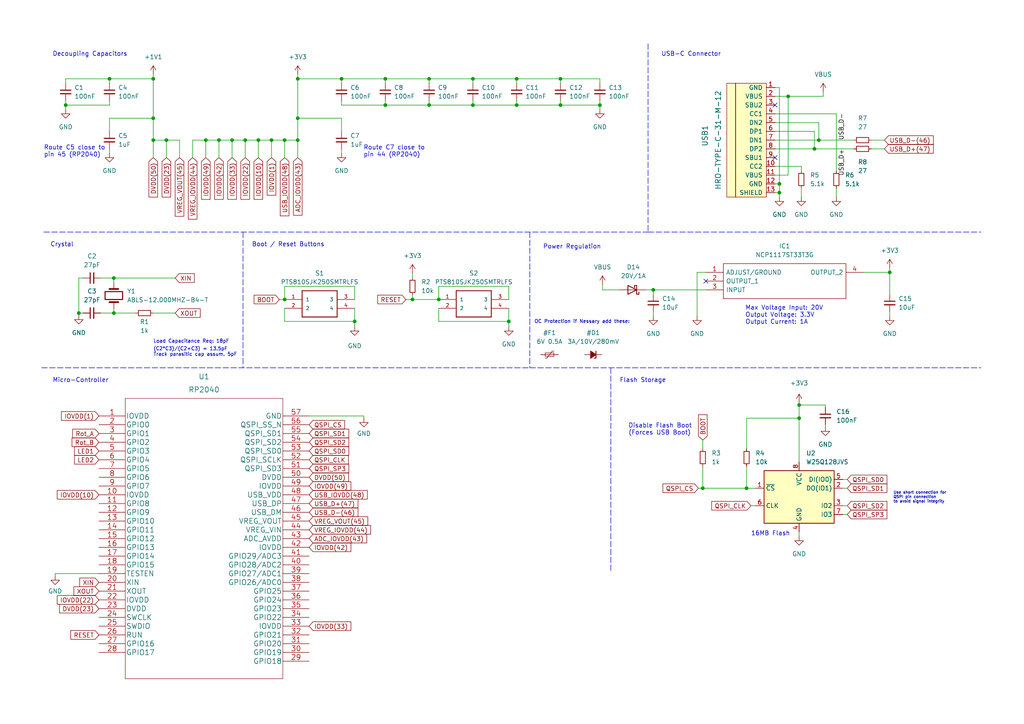
<source format=kicad_sch>
(kicad_sch (version 20211123) (generator eeschema)
  (paper "A4")
  (title_block (title "Palette_Chip: External Chip for Palette Macro-Pad") (rev "002"))
  (lib_symbols
    (symbol "2022-04-30_02-22-57:RP2040" (pin_names (offset 0.254))
      (property "Reference" "U" (at 30.48 10.16 0))
      (property "Value" "RP2040" (at 30.48 7.62 0))
      (symbol "RP2040_1_1"
        (polyline (pts (xy 7.62 -76.2) (xy 53.34 -76.2)) (stroke (width 0.127)))
        (polyline (pts (xy 7.62 5.08) (xy 7.62 -76.2)) (stroke (width 0.127)))
        (polyline (pts (xy 53.34 -76.2) (xy 53.34 5.08)) (stroke (width 0.127)))
        (polyline (pts (xy 53.34 5.08) (xy 7.62 5.08)) (stroke (width 0.127)))
        (pin power_in line (at 0 0 0) (length 7.62) (name "IOVDD") (number "1"))
        (pin power_in line (at 0 -22.86 0) (length 7.62) (name "IOVDD") (number "10"))
        (pin bidirectional line (at 0 -25.4 0) (length 7.62) (name "GPIO8") (number "11"))
        (pin bidirectional line (at 0 -27.94 0) (length 7.62) (name "GPIO9") (number "12"))
        (pin bidirectional line (at 0 -30.48 0) (length 7.62) (name "GPIO10") (number "13"))
        (pin bidirectional line (at 0 -33.02 0) (length 7.62) (name "GPIO11") (number "14"))
        (pin bidirectional line (at 0 -35.56 0) (length 7.62) (name "GPIO12") (number "15"))
        (pin bidirectional line (at 0 -38.1 0) (length 7.62) (name "GPIO13") (number "16"))
        (pin bidirectional line (at 0 -40.64 0) (length 7.62) (name "GPIO14") (number "17"))
        (pin bidirectional line (at 0 -43.18 0) (length 7.62) (name "GPIO15") (number "18"))
        (pin unspecified line (at 0 -45.72 0) (length 7.62) (name "TESTEN") (number "19"))
        (pin bidirectional line (at 0 -2.54 0) (length 7.62) (name "GPIO0") (number "2"))
        (pin unspecified line (at 0 -48.26 0) (length 7.62) (name "XIN") (number "20"))
        (pin output line (at 0 -50.8 0) (length 7.62) (name "XOUT") (number "21"))
        (pin power_in line (at 0 -53.34 0) (length 7.62) (name "IOVDD") (number "22"))
        (pin power_in line (at 0 -55.88 0) (length 7.62) (name "DVDD") (number "23"))
        (pin unspecified line (at 0 -58.42 0) (length 7.62) (name "SWCLK") (number "24"))
        (pin unspecified line (at 0 -60.96 0) (length 7.62) (name "SWDIO") (number "25"))
        (pin unspecified line (at 0 -63.5 0) (length 7.62) (name "RUN") (number "26"))
        (pin bidirectional line (at 0 -66.04 0) (length 7.62) (name "GPIO16") (number "27"))
        (pin bidirectional line (at 0 -68.58 0) (length 7.62) (name "GPIO17") (number "28"))
        (pin bidirectional line (at 60.96 -71.12 180) (length 7.62) (name "GPIO18") (number "29"))
        (pin bidirectional line (at 0 -5.08 0) (length 7.62) (name "GPIO1") (number "3"))
        (pin bidirectional line (at 60.96 -68.58 180) (length 7.62) (name "GPIO19") (number "30"))
        (pin bidirectional line (at 60.96 -66.04 180) (length 7.62) (name "GPIO20") (number "31"))
        (pin bidirectional line (at 60.96 -63.5 180) (length 7.62) (name "GPIO21") (number "32"))
        (pin power_in line (at 60.96 -60.96 180) (length 7.62) (name "IOVDD") (number "33"))
        (pin bidirectional line (at 60.96 -58.42 180) (length 7.62) (name "GPIO22") (number "34"))
        (pin bidirectional line (at 60.96 -55.88 180) (length 7.62) (name "GPIO23") (number "35"))
        (pin bidirectional line (at 60.96 -53.34 180) (length 7.62) (name "GPIO24") (number "36"))
        (pin bidirectional line (at 60.96 -50.8 180) (length 7.62) (name "GPIO25") (number "37"))
        (pin bidirectional line (at 60.96 -48.26 180) (length 7.62) (name "GPIO26/ADC0") (number "38"))
        (pin bidirectional line (at 60.96 -45.72 180) (length 7.62) (name "GPIO27/ADC1") (number "39"))
        (pin bidirectional line (at 0 -7.62 0) (length 7.62) (name "GPIO2") (number "4"))
        (pin bidirectional line (at 60.96 -43.18 180) (length 7.62) (name "GPIO28/ADC2") (number "40"))
        (pin bidirectional line (at 60.96 -40.64 180) (length 7.62) (name "GPIO29/ADC3") (number "41"))
        (pin power_in line (at 60.96 -38.1 180) (length 7.62) (name "IOVDD") (number "42"))
        (pin power_in line (at 60.96 -35.56 180) (length 7.62) (name "ADC_AVDD") (number "43"))
        (pin unspecified line (at 60.96 -33.02 180) (length 7.62) (name "VREG_VIN") (number "44"))
        (pin output line (at 60.96 -30.48 180) (length 7.62) (name "VREG_VOUT") (number "45"))
        (pin unspecified line (at 60.96 -27.94 180) (length 7.62) (name "USB_DM") (number "46"))
        (pin unspecified line (at 60.96 -25.4 180) (length 7.62) (name "USB_DP") (number "47"))
        (pin power_in line (at 60.96 -22.86 180) (length 7.62) (name "USB_VDD") (number "48"))
        (pin power_in line (at 60.96 -20.32 180) (length 7.62) (name "IOVDD") (number "49"))
        (pin bidirectional line (at 0 -10.16 0) (length 7.62) (name "GPIO3") (number "5"))
        (pin power_in line (at 60.96 -17.78 180) (length 7.62) (name "DVDD") (number "50"))
        (pin bidirectional line (at 60.96 -15.24 180) (length 7.62) (name "QSPI_SD3") (number "51"))
        (pin unspecified line (at 60.96 -12.7 180) (length 7.62) (name "QSPI_SCLK") (number "52"))
        (pin bidirectional line (at 60.96 -10.16 180) (length 7.62) (name "QSPI_SD0") (number "53"))
        (pin bidirectional line (at 60.96 -7.62 180) (length 7.62) (name "QSPI_SD2") (number "54"))
        (pin bidirectional line (at 60.96 -5.08 180) (length 7.62) (name "QSPI_SD1") (number "55"))
        (pin unspecified line (at 60.96 -2.54 180) (length 7.62) (name "QSPI_SS_N") (number "56"))
        (pin power_in line (at 60.96 0 180) (length 7.62) (name "GND") (number "57"))
        (pin bidirectional line (at 0 -12.7 0) (length 7.62) (name "GPIO4") (number "6"))
        (pin bidirectional line (at 0 -15.24 0) (length 7.62) (name "GPIO5") (number "7"))
        (pin bidirectional line (at 0 -17.78 0) (length 7.62) (name "GPIO6") (number "8"))
        (pin bidirectional line (at 0 -20.32 0) (length 7.62) (name "GPIO7") (number "9"))
      )
    )
    (symbol "Device:C_Small" (pin_numbers hide) (pin_names (offset 0.254) hide)
      (property "Reference" "C" (at 0.254 1.778 0))
      (property "Value" "C_Small" (at 0.254 -2.032 0))
      (symbol "C_Small_0_1"
        (polyline (pts (xy -1.524 -0.508) (xy 1.524 -0.508)) (stroke (width 0.3302)))
        (polyline (pts (xy -1.524 0.508) (xy 1.524 0.508)) (stroke (width 0.3048)))
      )
      (symbol "C_Small_1_1"
        (pin passive line (at 0 2.54 270) (length 2.032) (name "~") (number "1"))
        (pin passive line (at 0 -2.54 90) (length 2.032) (name "~") (number "2"))
      )
    )
    (symbol "Device:Crystal" (pin_numbers hide) (pin_names (offset 1.016) hide)
      (property "Reference" "Y" (at 0 3.81 0))
      (property "Value" "Crystal" (at 0 -3.81 0))
      (symbol "Crystal_0_1"
        (rectangle (start -1.143 2.54) (end 1.143 -2.54) (stroke (width 0.3048)))
        (polyline (pts (xy -2.54 0) (xy -1.905 0)))
        (polyline (pts (xy -1.905 -1.27) (xy -1.905 1.27)) (stroke (width 0.508)))
        (polyline (pts (xy 1.905 -1.27) (xy 1.905 1.27)) (stroke (width 0.508)))
        (polyline (pts (xy 2.54 0) (xy 1.905 0)))
      )
      (symbol "Crystal_1_1"
        (pin passive line (at -3.81 0 0) (length 1.27) (name "1") (number "1"))
        (pin passive line (at 3.81 0 180) (length 1.27) (name "2") (number "2"))
      )
    )
    (symbol "Device:D_Schottky" (pin_numbers hide) (pin_names (offset 1.016) hide)
      (property "Reference" "D" (at 0 2.54 0))
      (property "Value" "D_Schottky" (at 0 -2.54 0))
      (symbol "D_Schottky_0_1"
        (polyline (pts (xy 1.27 0) (xy -1.27 0)))
        (polyline (pts (xy 1.27 1.27) (xy 1.27 -1.27) (xy -1.27 0) (xy 1.27 1.27)) (stroke (width 0.254)))
        (polyline (pts (xy -1.905 0.635) (xy -1.905 1.27) (xy -1.27 1.27) (xy -1.27 -1.27) (xy -0.635 -1.27) (xy -0.635 -0.635)) (stroke (width 0.254)))
      )
      (symbol "D_Schottky_1_1"
        (pin passive line (at -3.81 0 0) (length 2.54) (name "K") (number "1"))
        (pin passive line (at 3.81 0 180) (length 2.54) (name "A") (number "2"))
      )
    )
    (symbol "Device:D_Zener_Small_Filled" (pin_numbers hide) (pin_names (offset 0.254) hide)
      (property "Reference" "D" (at 0 2.286 0))
      (property "Value" "D_Zener_Small_Filled" (at 0 -2.286 0))
      (symbol "D_Zener_Small_Filled_0_1"
        (polyline (pts (xy 0.762 0) (xy -0.762 0)))
        (polyline (pts (xy -0.254 1.016) (xy -0.762 1.016) (xy -0.762 -1.016)) (stroke (width 0.254)))
        (polyline (pts (xy 0.762 1.016) (xy -0.762 0) (xy 0.762 -1.016) (xy 0.762 1.016)) (stroke (width 0.254)) (fill (type outline)))
      )
      (symbol "D_Zener_Small_Filled_1_1"
        (pin passive line (at -2.54 0 0) (length 1.778) (name "K") (number "1"))
        (pin passive line (at 2.54 0 180) (length 1.778) (name "A") (number "2"))
      )
    )
    (symbol "Device:Polyfuse_Small" (pin_numbers hide) (pin_names (offset 0))
      (property "Reference" "F" (at -1.905 0 90))
      (property "Value" "Polyfuse_Small" (at 1.905 0 90))
      (symbol "Polyfuse_Small_0_1"
        (rectangle (start -0.508 1.27) (end 0.508 -1.27))
        (polyline (pts (xy 0 2.54) (xy 0 -2.54)))
        (polyline (pts (xy -1.016 1.27) (xy -1.016 0.762) (xy 1.016 -0.762) (xy 1.016 -1.27)))
      )
      (symbol "Polyfuse_Small_1_1"
        (pin passive line (at 0 2.54 270) (length 0.635) (name "~") (number "1"))
        (pin passive line (at 0 -2.54 90) (length 0.635) (name "~") (number "2"))
      )
    )
    (symbol "Device:R_Small" (pin_numbers hide) (pin_names (offset 0.254) hide)
      (property "Reference" "R" (at 0.762 0.508 0))
      (property "Value" "R_Small" (at 0.762 -1.016 0))
      (symbol "R_Small_0_1"
        (rectangle (start -0.762 1.778) (end 0.762 -1.778) (stroke (width 0.2032)))
      )
      (symbol "R_Small_1_1"
        (pin passive line (at 0 2.54 270) (length 0.762) (name "~") (number "1"))
        (pin passive line (at 0 -2.54 90) (length 0.762) (name "~") (number "2"))
      )
    )
    (symbol "Memory_Flash:W25Q128JVS"
      (property "Reference" "U" (at -8.89 8.89 0))
      (property "Value" "W25Q128JVS" (at 7.62 8.89 0))
      (symbol "W25Q128JVS_0_1"
        (rectangle (start -10.16 7.62) (end 10.16 -7.62) (stroke (width 0.254)) (fill (type background)))
      )
      (symbol "W25Q128JVS_1_1"
        (pin input line (at -12.7 2.54 0) (length 2.54) (name "~{CS}") (number "1"))
        (pin bidirectional line (at 12.7 2.54 180) (length 2.54) (name "DO(IO1)") (number "2"))
        (pin bidirectional line (at 12.7 -2.54 180) (length 2.54) (name "IO2") (number "3"))
        (pin power_in line (at 0 -10.16 90) (length 2.54) (name "GND") (number "4"))
        (pin bidirectional line (at 12.7 5.08 180) (length 2.54) (name "DI(IO0)") (number "5"))
        (pin input line (at -12.7 -2.54 0) (length 2.54) (name "CLK") (number "6"))
        (pin bidirectional line (at 12.7 -5.08 180) (length 2.54) (name "IO3") (number "7"))
        (pin power_in line (at 0 10.16 270) (length 2.54) (name "VCC") (number "8"))
      )
    )
    (symbol "PTS810SJK250SMTRLFS:PTS810SJK250SMTRLFS" (pin_names (offset 1.016))
      (property "Reference" "S" (at 16.51 7.62 0))
      (property "Value" "PTS810SJK250SMTRLFS" (at 16.51 5.08 0))
      (symbol "PTS810SJK250SMTRLFS_0_0"
        (polyline (pts (xy 5.08 2.54) (xy 5.08 -5.08)) (stroke (width 0.254)))
        (polyline (pts (xy 5.08 2.54) (xy 15.24 2.54)) (stroke (width 0.254)))
        (polyline (pts (xy 15.24 -5.08) (xy 5.08 -5.08)) (stroke (width 0.254)))
        (polyline (pts (xy 15.24 -5.08) (xy 15.24 2.54)) (stroke (width 0.254)))
        (pin bidirectional line (at 0 0 0) (length 5.08) (name "1") (number "1"))
        (pin bidirectional line (at 0 -2.54 0) (length 5.08) (name "2") (number "2"))
        (pin bidirectional line (at 20.32 0 180) (length 5.08) (name "3") (number "3"))
        (pin bidirectional line (at 20.32 -2.54 180) (length 5.08) (name "4") (number "4"))
      )
    )
    (symbol "SamacSys_Parts:NCP1117ST33T3G" (pin_names (offset 0.762))
      (property "Reference" "IC" (at 41.91 7.62 0))
      (property "Value" "NCP1117ST33T3G" (at 41.91 5.08 0))
      (symbol "NCP1117ST33T3G_0_0"
        (pin passive line (at 0 0 0) (length 5.08) (name "ADJUST/GROUND") (number "1"))
        (pin passive line (at 0 -2.54 0) (length 5.08) (name "OUTPUT_1") (number "2"))
        (pin passive line (at 0 -5.08 0) (length 5.08) (name "INPUT") (number "3"))
        (pin passive line (at 45.72 0 180) (length 5.08) (name "OUTPUT_2") (number "4"))
      )
      (symbol "NCP1117ST33T3G_0_1"
        (polyline (pts (xy 5.08 2.54) (xy 40.64 2.54) (xy 40.64 -7.62) (xy 5.08 -7.62) (xy 5.08 2.54)) (stroke (width 0.1524)))
      )
    )
    (symbol "Type-C:HRO-TYPE-C-31-M-12" (pin_names (offset 1.016))
      (property "Reference" "USB" (at -5.08 16.51 0))
      (property "Value" "HRO-TYPE-C-31-M-12" (at -10.16 -1.27 90))
      (symbol "HRO-TYPE-C-31-M-12_0_1"
        (rectangle (start -11.43 15.24) (end -8.89 -17.78) (fill (type background)))
        (rectangle (start 0 -17.78) (end -8.89 15.24) (fill (type background)))
      )
      (symbol "HRO-TYPE-C-31-M-12_1_1"
        (pin input line (at 2.54 13.97 180) (length 2.54) (name "GND") (number "1"))
        (pin input line (at 2.54 -8.89 180) (length 2.54) (name "CC2") (number "10"))
        (pin input line (at 2.54 -11.43 180) (length 2.54) (name "VBUS") (number "11"))
        (pin input line (at 2.54 -13.97 180) (length 2.54) (name "GND") (number "12"))
        (pin input line (at 2.54 -16.51 180) (length 2.54) (name "SHIELD") (number "13"))
        (pin input line (at 2.54 11.43 180) (length 2.54) (name "VBUS") (number "2"))
        (pin input line (at 2.54 8.89 180) (length 2.54) (name "SBU2") (number "3"))
        (pin input line (at 2.54 6.35 180) (length 2.54) (name "CC1") (number "4"))
        (pin input line (at 2.54 3.81 180) (length 2.54) (name "DN2") (number "5"))
        (pin input line (at 2.54 1.27 180) (length 2.54) (name "DP1") (number "6"))
        (pin input line (at 2.54 -1.27 180) (length 2.54) (name "DN1") (number "7"))
        (pin input line (at 2.54 -3.81 180) (length 2.54) (name "DP2") (number "8"))
        (pin input line (at 2.54 -6.35 180) (length 2.54) (name "SBU1") (number "9"))
      )
    )
    (symbol "power:+1V1" (power) (pin_names (offset 0))
      (property "Value" "+1V1" (at 0 3.556 0))
      (symbol "+1V1_0_1"
        (polyline (pts (xy -0.762 1.27) (xy 0 2.54)))
        (polyline (pts (xy 0 0) (xy 0 2.54)))
        (polyline (pts (xy 0 2.54) (xy 0.762 1.27)))
      )
      (symbol "+1V1_1_1"
        (pin power_in line (at 0 0 90) (length 0) hide (name "+1V1") (number "1"))
      )
    )
    (symbol "power:+3V3" (power) (pin_names (offset 0))
      (property "Value" "+3V3" (at 0 3.556 0))
      (symbol "+3V3_0_1"
        (polyline (pts (xy -0.762 1.27) (xy 0 2.54)))
        (polyline (pts (xy 0 0) (xy 0 2.54)))
        (polyline (pts (xy 0 2.54) (xy 0.762 1.27)))
      )
      (symbol "+3V3_1_1"
        (pin power_in line (at 0 0 90) (length 0) hide (name "+3V3") (number "1"))
      )
    )
    (symbol "power:GND" (power) (pin_names (offset 0))
      (property "Value" "GND" (at 0 -3.81 0))
      (symbol "GND_0_1"
        (polyline (pts (xy 0 0) (xy 0 -1.27) (xy 1.27 -1.27) (xy 0 -2.54) (xy -1.27 -1.27) (xy 0 -1.27)))
      )
      (symbol "GND_1_1"
        (pin power_in line (at 0 0 270) (length 0) hide (name "GND") (number "1"))
      )
    )
    (symbol "power:VBUS" (power) (pin_names (offset 0))
      (property "Value" "VBUS" (at 0 3.81 0))
      (symbol "VBUS_0_1"
        (polyline (pts (xy -0.762 1.27) (xy 0 2.54)))
        (polyline (pts (xy 0 0) (xy 0 2.54)))
        (polyline (pts (xy 0 2.54) (xy 0.762 1.27)))
      )
      (symbol "VBUS_1_1"
        (pin power_in line (at 0 0 90) (length 0) hide (name "VBUS") (number "1"))
      )
    )
  )
  (junction (at 44.45 34.29))
  (junction (at 33.02 80.645))
  (junction (at 226.06 53.34))
  (junction (at 149.86 22.86))
  (junction (at 63.5 40.64))
  (junction (at 86.36 34.29))
  (junction (at 127.254 86.868))
  (junction (at 149.86 30.48))
  (junction (at 162.56 30.48))
  (junction (at 71.12 40.64))
  (junction (at 137.16 30.48))
  (junction (at 31.75 22.86))
  (junction (at 48.26 40.64))
  (junction (at 99.06 22.86))
  (junction (at 189.484 84.074))
  (junction (at 33.02 90.805))
  (junction (at 173.99 30.48))
  (junction (at 86.36 22.86))
  (junction (at 82.55 86.868))
  (junction (at 236.22 43.18))
  (junction (at 86.36 40.64))
  (junction (at 124.46 22.86))
  (junction (at 111.76 22.86))
  (junction (at 59.69 40.64))
  (junction (at 44.45 22.86))
  (junction (at 124.46 30.48))
  (junction (at 82.55 40.64))
  (junction (at 231.775 121.285))
  (junction (at 231.775 117.475))
  (junction (at 102.87 93.218))
  (junction (at 162.56 22.86))
  (junction (at 119.634 86.868))
  (junction (at 147.574 93.218))
  (junction (at 203.835 141.605))
  (junction (at 228.6 27.94))
  (junction (at 216.535 141.605))
  (junction (at 44.45 40.64))
  (junction (at 22.86 90.805))
  (junction (at 67.31 40.64))
  (junction (at 111.76 30.48))
  (junction (at 258.064 78.994))
  (junction (at 74.93 40.64))
  (junction (at 78.74 40.64))
  (junction (at 137.16 22.86))
  (junction (at 226.06 55.88))
  (junction (at 237.49 40.64))
  (junction (at 19.05 30.48))
  (no_connect (at 224.79 45.72))
  (no_connect (at 224.79 30.48))
  (no_connect (at 204.724 81.534))
  (wire (pts (xy 252.73 40.64) (xy 256.54 40.64)))
  (wire (pts (xy 231.775 116.84) (xy 231.775 117.475)))
  (wire (pts (xy 244.475 149.225) (xy 245.745 149.225)))
  (wire (pts (xy 19.05 24.13) (xy 19.05 22.86)))
  (wire (pts (xy 137.16 30.48) (xy 137.16 29.21)))
  (wire (pts (xy 31.75 38.1) (xy 31.75 34.29)))
  (wire (pts (xy 33.02 89.535) (xy 33.02 90.805)))
  (wire (pts (xy 242.57 54.61) (xy 242.57 57.15)))
  (polyline (pts (xy 187.96 67.31) (xy 284.48 67.31)))
  (wire (pts (xy 44.45 40.64) (xy 44.45 45.72)))
  (wire (pts (xy 102.87 86.868) (xy 102.87 83.058)))
  (wire (pts (xy 82.55 45.72) (xy 82.55 40.64)))
  (wire (pts (xy 244.475 139.065) (xy 245.745 139.065)))
  (polyline (pts (xy 187.96 12.7) (xy 187.96 67.31)))
  (wire (pts (xy 237.49 40.64) (xy 247.65 40.64)))
  (wire (pts (xy 99.06 43.18) (xy 99.06 44.45)))
  (wire (pts (xy 33.02 90.805) (xy 29.21 90.805)))
  (wire (pts (xy 124.46 22.86) (xy 124.46 24.13)))
  (wire (pts (xy 202.565 141.605) (xy 203.835 141.605)))
  (wire (pts (xy 236.22 38.1) (xy 236.22 43.18)))
  (wire (pts (xy 174.752 84.074) (xy 174.752 82.55)))
  (wire (pts (xy 216.535 135.255) (xy 216.535 141.605)))
  (wire (pts (xy 86.36 22.86) (xy 86.36 34.29)))
  (polyline (pts (xy 70.485 67.31) (xy 70.485 106.68)))
  (wire (pts (xy 149.86 22.86) (xy 149.86 24.13)))
  (wire (pts (xy 24.13 90.805) (xy 22.86 90.805)))
  (wire (pts (xy 203.835 135.255) (xy 203.835 141.605)))
  (wire (pts (xy 244.475 146.685) (xy 245.745 146.685)))
  (wire (pts (xy 67.31 40.64) (xy 71.12 40.64)))
  (wire (pts (xy 203.835 141.605) (xy 216.535 141.605)))
  (wire (pts (xy 48.26 40.64) (xy 52.07 40.64)))
  (wire (pts (xy 19.05 29.21) (xy 19.05 30.48)))
  (wire (pts (xy 216.535 121.285) (xy 216.535 130.175)))
  (wire (pts (xy 31.75 30.48) (xy 31.75 29.21)))
  (wire (pts (xy 86.36 34.29) (xy 86.36 40.64)))
  (wire (pts (xy 44.45 21.59) (xy 44.45 22.86)))
  (wire (pts (xy 147.574 93.218) (xy 147.574 94.742)))
  (wire (pts (xy 224.79 43.18) (xy 236.22 43.18)))
  (polyline (pts (xy 153.67 106.68) (xy 284.48 106.68)))
  (wire (pts (xy 99.06 38.1) (xy 99.06 34.29)))
  (wire (pts (xy 162.56 30.48) (xy 162.56 29.21)))
  (wire (pts (xy 71.12 40.64) (xy 74.93 40.64)))
  (wire (pts (xy 117.729 86.868) (xy 119.634 86.868)))
  (wire (pts (xy 111.76 30.48) (xy 124.46 30.48)))
  (wire (pts (xy 86.36 34.29) (xy 99.06 34.29)))
  (wire (pts (xy 137.16 22.86) (xy 137.16 24.13)))
  (wire (pts (xy 33.02 90.805) (xy 39.37 90.805)))
  (wire (pts (xy 149.86 30.48) (xy 149.86 29.21)))
  (wire (pts (xy 189.484 84.074) (xy 189.484 85.344)))
  (wire (pts (xy 19.05 22.86) (xy 31.75 22.86)))
  (wire (pts (xy 149.86 22.86) (xy 137.16 22.86)))
  (wire (pts (xy 19.05 30.48) (xy 31.75 30.48)))
  (wire (pts (xy 242.57 33.02) (xy 242.57 49.53)))
  (wire (pts (xy 173.99 30.48) (xy 173.99 31.75)))
  (wire (pts (xy 31.75 22.86) (xy 31.75 24.13)))
  (wire (pts (xy 82.55 93.218) (xy 82.55 89.408)))
  (wire (pts (xy 119.634 86.868) (xy 119.634 85.598)))
  (wire (pts (xy 252.73 43.18) (xy 256.54 43.18)))
  (wire (pts (xy 189.484 90.424) (xy 189.484 91.694)))
  (wire (pts (xy 99.06 29.21) (xy 99.06 30.48)))
  (wire (pts (xy 22.86 90.805) (xy 22.86 91.44)))
  (wire (pts (xy 33.02 81.915) (xy 33.02 80.645)))
  (polyline (pts (xy 177.165 106.68) (xy 177.165 165.735)))
  (wire (pts (xy 81.026 86.868) (xy 82.55 86.868)))
  (wire (pts (xy 244.475 141.605) (xy 245.745 141.605)))
  (wire (pts (xy 231.775 154.305) (xy 231.775 155.575)))
  (wire (pts (xy 71.12 45.72) (xy 71.12 40.64)))
  (wire (pts (xy 216.535 121.285) (xy 231.775 121.285)))
  (wire (pts (xy 226.06 53.34) (xy 224.79 53.34)))
  (wire (pts (xy 147.574 86.868) (xy 147.574 83.058)))
  (wire (pts (xy 24.13 80.645) (xy 22.86 80.645)))
  (wire (pts (xy 63.5 45.72) (xy 63.5 40.64)))
  (wire (pts (xy 231.775 121.285) (xy 231.775 133.985)))
  (wire (pts (xy 119.634 79.248) (xy 119.634 80.518)))
  (wire (pts (xy 224.79 33.02) (xy 242.57 33.02)))
  (wire (pts (xy 74.93 45.72) (xy 74.93 40.64)))
  (polyline (pts (xy 153.67 67.31) (xy 153.67 106.68)))
  (wire (pts (xy 111.76 22.86) (xy 99.06 22.86)))
  (wire (pts (xy 239.395 118.11) (xy 239.395 117.475)))
  (wire (pts (xy 44.45 40.64) (xy 48.26 40.64)))
  (wire (pts (xy 258.064 90.424) (xy 258.064 91.694)))
  (wire (pts (xy 203.835 127.635) (xy 203.835 130.175)))
  (wire (pts (xy 231.775 117.475) (xy 239.395 117.475)))
  (wire (pts (xy 111.76 30.48) (xy 111.76 29.21)))
  (wire (pts (xy 44.45 22.86) (xy 44.45 34.29)))
  (wire (pts (xy 238.76 26.67) (xy 238.76 27.94)))
  (wire (pts (xy 16.002 167.005) (xy 16.002 166.37)))
  (wire (pts (xy 232.41 48.26) (xy 232.41 49.53)))
  (wire (pts (xy 55.88 45.72) (xy 55.88 40.64)))
  (wire (pts (xy 226.06 55.88) (xy 226.06 57.15)))
  (wire (pts (xy 16.002 166.37) (xy 28.702 166.37)))
  (wire (pts (xy 31.75 43.18) (xy 31.75 44.45)))
  (wire (pts (xy 99.06 30.48) (xy 111.76 30.48)))
  (wire (pts (xy 48.26 45.72) (xy 48.26 40.64)))
  (wire (pts (xy 33.02 80.645) (xy 50.8 80.645)))
  (wire (pts (xy 217.805 146.685) (xy 219.075 146.685)))
  (wire (pts (xy 44.45 34.29) (xy 44.45 40.64)))
  (wire (pts (xy 102.87 93.218) (xy 102.87 94.742)))
  (wire (pts (xy 119.634 86.868) (xy 127.254 86.868)))
  (wire (pts (xy 105.537 120.65) (xy 89.662 120.65)))
  (wire (pts (xy 99.06 22.86) (xy 99.06 24.13)))
  (wire (pts (xy 202.184 78.994) (xy 202.184 91.694)))
  (wire (pts (xy 224.79 25.4) (xy 226.06 25.4)))
  (wire (pts (xy 86.36 21.59) (xy 86.36 22.86)))
  (wire (pts (xy 173.99 22.86) (xy 162.56 22.86)))
  (wire (pts (xy 149.86 30.48) (xy 162.56 30.48)))
  (wire (pts (xy 187.198 84.074) (xy 189.484 84.074)))
  (wire (pts (xy 105.537 121.285) (xy 105.537 120.65)))
  (wire (pts (xy 86.36 22.86) (xy 99.06 22.86)))
  (wire (pts (xy 59.69 40.64) (xy 63.5 40.64)))
  (wire (pts (xy 82.55 40.64) (xy 86.36 40.64)))
  (wire (pts (xy 258.064 77.724) (xy 258.064 78.994)))
  (wire (pts (xy 33.02 80.645) (xy 29.21 80.645)))
  (wire (pts (xy 224.79 38.1) (xy 236.22 38.1)))
  (wire (pts (xy 226.06 25.4) (xy 226.06 53.34)))
  (wire (pts (xy 127.254 83.058) (xy 127.254 86.868)))
  (wire (pts (xy 124.46 30.48) (xy 137.16 30.48)))
  (wire (pts (xy 137.16 30.48) (xy 149.86 30.48)))
  (wire (pts (xy 258.064 78.994) (xy 258.064 85.344)))
  (wire (pts (xy 63.5 40.64) (xy 67.31 40.64)))
  (wire (pts (xy 86.36 40.64) (xy 86.36 45.72)))
  (wire (pts (xy 226.06 53.34) (xy 226.06 55.88)))
  (wire (pts (xy 226.06 55.88) (xy 224.79 55.88)))
  (wire (pts (xy 236.22 43.18) (xy 247.65 43.18)))
  (wire (pts (xy 55.88 40.64) (xy 59.69 40.64)))
  (wire (pts (xy 127.254 93.218) (xy 127.254 89.408)))
  (wire (pts (xy 22.86 80.645) (xy 22.86 90.805)))
  (wire (pts (xy 147.574 93.218) (xy 127.254 93.218)))
  (wire (pts (xy 74.93 40.64) (xy 78.74 40.64)))
  (wire (pts (xy 228.6 50.8) (xy 228.6 27.94)))
  (wire (pts (xy 173.99 24.13) (xy 173.99 22.86)))
  (wire (pts (xy 31.75 22.86) (xy 44.45 22.86)))
  (wire (pts (xy 59.69 45.72) (xy 59.69 40.64)))
  (polyline (pts (xy 12.7 67.31) (xy 187.96 67.31)))
  (wire (pts (xy 19.05 30.48) (xy 19.05 31.75)))
  (wire (pts (xy 44.45 90.805) (xy 50.8 90.805)))
  (wire (pts (xy 124.46 30.48) (xy 124.46 29.21)))
  (wire (pts (xy 237.49 35.56) (xy 237.49 40.64)))
  (polyline (pts (xy 12.065 106.68) (xy 153.67 106.68)))
  (wire (pts (xy 224.79 35.56) (xy 237.49 35.56)))
  (wire (pts (xy 224.79 27.94) (xy 228.6 27.94)))
  (wire (pts (xy 102.87 93.218) (xy 82.55 93.218)))
  (wire (pts (xy 102.87 83.058) (xy 82.55 83.058)))
  (wire (pts (xy 162.56 30.48) (xy 173.99 30.48)))
  (wire (pts (xy 137.16 22.86) (xy 124.46 22.86)))
  (wire (pts (xy 147.574 83.058) (xy 127.254 83.058)))
  (wire (pts (xy 228.6 27.94) (xy 238.76 27.94)))
  (wire (pts (xy 78.74 45.72) (xy 78.74 40.64)))
  (wire (pts (xy 67.31 45.72) (xy 67.31 40.64)))
  (wire (pts (xy 189.484 84.074) (xy 204.724 84.074)))
  (wire (pts (xy 224.79 48.26) (xy 232.41 48.26)))
  (wire (pts (xy 82.55 83.058) (xy 82.55 86.868)))
  (wire (pts (xy 174.752 84.074) (xy 179.578 84.074)))
  (wire (pts (xy 239.395 123.19) (xy 239.395 123.825)))
  (wire (pts (xy 78.74 40.64) (xy 82.55 40.64)))
  (wire (pts (xy 216.535 141.605) (xy 219.075 141.605)))
  (wire (pts (xy 147.574 89.408) (xy 147.574 93.218)))
  (wire (pts (xy 52.07 45.72) (xy 52.07 40.64)))
  (wire (pts (xy 250.444 78.994) (xy 258.064 78.994)))
  (wire (pts (xy 224.79 50.8) (xy 228.6 50.8)))
  (wire (pts (xy 232.41 54.61) (xy 232.41 57.15)))
  (wire (pts (xy 111.76 22.86) (xy 111.76 24.13)))
  (wire (pts (xy 102.87 89.408) (xy 102.87 93.218)))
  (wire (pts (xy 31.75 34.29) (xy 44.45 34.29)))
  (wire (pts (xy 224.79 40.64) (xy 237.49 40.64)))
  (wire (pts (xy 173.99 30.48) (xy 173.99 29.21)))
  (wire (pts (xy 204.724 78.994) (xy 202.184 78.994)))
  (wire (pts (xy 162.56 22.86) (xy 149.86 22.86)))
  (wire (pts (xy 231.775 117.475) (xy 231.775 121.285)))
  (wire (pts (xy 162.56 22.86) (xy 162.56 24.13)))
  (wire (pts (xy 124.46 22.86) (xy 111.76 22.86)))
  (text "16MB Flash" (at 217.805 155.575 0) (effects (font (size 1.27 1.27)) (justify left bottom)))
  (text "Disable Flash Boot\n(Forces USB Boot)" (at 182.245 126.365 0) (effects (font (size 1.27 1.27)) (justify left bottom)))
  (text "(C2*C3)/(C2+C3) = 13.5pF\nTrack parasitic cap assum. 5pF" (at 44.45 103.505 0) (effects (font (size 1 1)) (justify left bottom)))
  (text "Flash Storage" (at 179.705 111.125 0) (effects (font (size 1.27 1.27)) (justify left bottom)))
  (text "Crystal" (at 14.605 71.755 0) (effects (font (size 1.27 1.27)) (justify left bottom)))
  (text "Boot / Reset Buttons" (at 73.025 71.755 0) (effects (font (size 1.27 1.27)) (justify left bottom)))
  (text "USB-C Connector" (at 191.77 16.51 0) (effects (font (size 1.27 1.27)) (justify left bottom)))
  (text "Max Voltage Input: 20V\nOutput Voltage: 3.3V\nOutput Current: 1A" (at 216.154 94.234 0) (effects (font (size 1.27 1.27)) (justify left bottom)))
  (text "Route C7 close to \npin 44 (RP2040)" (at 105.41 45.72 0) (effects (font (size 1.27 1.27)) (justify left bottom)))
  (text "OC Protection if Nessary add these:" (at 154.94 93.98 0) (effects (font (size 1 1)) (justify left bottom)))
  (text "Decoupling Capacitors\n" (at 15.24 16.51 0) (effects (font (size 1.27 1.27)) (justify left bottom)))
  (text "Route C5 close to \npin 45 (RP2040)" (at 12.7 45.72 0) (effects (font (size 1.27 1.27)) (justify left bottom)))
  (text "Micro-Controller" (at 15.24 111.125 0) (effects (font (size 1.27 1.27)) (justify left bottom)))
  (text "Power Regulation\n" (at 157.48 72.39 0) (effects (font (size 1.27 1.27)) (justify left bottom)))
  (text "Use short connection for \nQSPI pin connection\nto avoid signal integrity" (at 259.08 146.05 0) (effects (font (size 0.8 0.8)) (justify left bottom)))
  (text "Load Capacitance Req: 18pF" (at 44.45 99.695 0) (effects (font (size 1 1)) (justify left bottom)))
  (label "USB_D-" (at 245.11 40.64 90))
  (label "USB_D+" (at 245.11 43.18 270))
  (global_label "ADC_IOVDD(43)" (shape input) (at 89.662 156.21 0) (property "Intersheet References" "${INTERSHEET_REFS}" (effects hide)))
  (global_label "RESET" (shape input) (at 117.729 86.868 180) (property "Intersheet References" "${INTERSHEET_REFS}" (effects hide)))
  (global_label "IOVDD(33)" (shape input) (at 67.31 45.72 270) (property "Intersheet References" "${INTERSHEET_REFS}" (effects hide)))
  (global_label "RESET" (shape input) (at 28.702 184.15 180) (property "Intersheet References" "${INTERSHEET_REFS}" (effects hide)))
  (global_label "QSPI_SD0" (shape input) (at 89.662 130.81 0) (property "Intersheet References" "${INTERSHEET_REFS}" (effects hide)))
  (global_label "IOVDD(1)" (shape input) (at 78.74 45.72 270) (property "Intersheet References" "${INTERSHEET_REFS}" (effects hide)))
  (global_label "IOVDD(1)" (shape input) (at 28.702 120.65 180) (property "Intersheet References" "${INTERSHEET_REFS}" (effects hide)))
  (global_label "QSPI_CLK" (shape input) (at 217.805 146.685 180) (property "Intersheet References" "${INTERSHEET_REFS}" (effects hide)))
  (global_label "VREG_IOVDD(44)" (shape input) (at 55.88 45.72 270) (property "Intersheet References" "${INTERSHEET_REFS}" (effects hide)))
  (global_label "IOVDD(22)" (shape input) (at 28.702 173.99 180) (property "Intersheet References" "${INTERSHEET_REFS}" (effects hide)))
  (global_label "XOUT" (shape input) (at 50.8 90.805 0) (property "Intersheet References" "${INTERSHEET_REFS}" (effects hide)))
  (global_label "BOOT" (shape input) (at 203.835 127.635 90) (property "Intersheet References" "${INTERSHEET_REFS}" (effects hide)))
  (global_label "QSPI_SD2" (shape input) (at 245.745 146.685 0) (property "Intersheet References" "${INTERSHEET_REFS}" (effects hide)))
  (global_label "LED1" (shape input) (at 28.702 130.81 180) (property "Intersheet References" "${INTERSHEET_REFS}" (effects hide)))
  (global_label "DVDD(23)" (shape input) (at 48.26 45.72 270) (property "Intersheet References" "${INTERSHEET_REFS}" (effects hide)))
  (global_label "Rot_A" (shape input) (at 28.702 125.73 180) (property "Intersheet References" "${INTERSHEET_REFS}" (effects hide)))
  (global_label "QSPI_SP3" (shape input) (at 245.745 149.225 0) (property "Intersheet References" "${INTERSHEET_REFS}" (effects hide)))
  (global_label "XIN" (shape input) (at 28.702 168.91 180) (property "Intersheet References" "${INTERSHEET_REFS}" (effects hide)))
  (global_label "USB_D+(47)" (shape input) (at 89.662 146.05 0) (property "Intersheet References" "${INTERSHEET_REFS}" (effects hide)))
  (global_label "DVDD(23)" (shape input) (at 28.702 176.53 180) (property "Intersheet References" "${INTERSHEET_REFS}" (effects hide)))
  (global_label "QSPI_SD1" (shape input) (at 245.745 141.605 0) (property "Intersheet References" "${INTERSHEET_REFS}" (effects hide)))
  (global_label "QSPI_SD1" (shape input) (at 89.662 125.73 0) (property "Intersheet References" "${INTERSHEET_REFS}" (effects hide)))
  (global_label "XOUT" (shape input) (at 28.702 171.45 180) (property "Intersheet References" "${INTERSHEET_REFS}" (effects hide)))
  (global_label "USB_IOVDD(48)" (shape input) (at 82.55 45.72 270) (property "Intersheet References" "${INTERSHEET_REFS}" (effects hide)))
  (global_label "VREG_VOUT(45)" (shape input) (at 52.07 45.72 270) (property "Intersheet References" "${INTERSHEET_REFS}" (effects hide)))
  (global_label "USB_D+(47)" (shape input) (at 256.54 43.18 0) (property "Intersheet References" "${INTERSHEET_REFS}" (effects hide)))
  (global_label "USB_IOVDD(48)" (shape input) (at 89.662 143.51 0) (property "Intersheet References" "${INTERSHEET_REFS}" (effects hide)))
  (global_label "IOVDD(10)" (shape input) (at 28.702 143.51 180) (property "Intersheet References" "${INTERSHEET_REFS}" (effects hide)))
  (global_label "DVDD(50)" (shape input) (at 44.45 45.72 270) (property "Intersheet References" "${INTERSHEET_REFS}" (effects hide)))
  (global_label "QSPI_SD0" (shape input) (at 245.745 139.065 0) (property "Intersheet References" "${INTERSHEET_REFS}" (effects hide)))
  (global_label "IOVDD(22)" (shape input) (at 71.12 45.72 270) (property "Intersheet References" "${INTERSHEET_REFS}" (effects hide)))
  (global_label "VREG_VOUT(45)" (shape input) (at 89.662 151.13 0) (property "Intersheet References" "${INTERSHEET_REFS}" (effects hide)))
  (global_label "ADC_IOVDD(43)" (shape input) (at 86.36 45.72 270) (property "Intersheet References" "${INTERSHEET_REFS}" (effects hide)))
  (global_label "USB_D-(46)" (shape input) (at 89.662 148.59 0) (property "Intersheet References" "${INTERSHEET_REFS}" (effects hide)))
  (global_label "IOVDD(42)" (shape input) (at 63.5 45.72 270) (property "Intersheet References" "${INTERSHEET_REFS}" (effects hide)))
  (global_label "VREG_IOVDD(44)" (shape input) (at 89.662 153.67 0) (property "Intersheet References" "${INTERSHEET_REFS}" (effects hide)))
  (global_label "LED2" (shape input) (at 28.702 133.35 180) (property "Intersheet References" "${INTERSHEET_REFS}" (effects hide)))
  (global_label "QSPI_CS" (shape input) (at 89.662 123.19 0) (property "Intersheet References" "${INTERSHEET_REFS}" (effects hide)))
  (global_label "BOOT" (shape input) (at 81.026 86.868 180) (property "Intersheet References" "${INTERSHEET_REFS}" (effects hide)))
  (global_label "XIN" (shape input) (at 50.8 80.645 0) (property "Intersheet References" "${INTERSHEET_REFS}" (effects hide)))
  (global_label "IOVDD(42)" (shape input) (at 89.662 158.75 0) (property "Intersheet References" "${INTERSHEET_REFS}" (effects hide)))
  (global_label "IOVDD(49)" (shape input) (at 89.662 140.97 0) (property "Intersheet References" "${INTERSHEET_REFS}" (effects hide)))
  (global_label "Rot_B" (shape input) (at 28.702 128.27 180) (property "Intersheet References" "${INTERSHEET_REFS}" (effects hide)))
  (global_label "IOVDD(33)" (shape input) (at 89.662 181.61 0) (property "Intersheet References" "${INTERSHEET_REFS}" (effects hide)))
  (global_label "QSPI_CLK" (shape input) (at 89.662 133.35 0) (property "Intersheet References" "${INTERSHEET_REFS}" (effects hide)))
  (global_label "QSPI_CS" (shape input) (at 202.565 141.605 180) (property "Intersheet References" "${INTERSHEET_REFS}" (effects hide)))
  (global_label "USB_D-(46)" (shape input) (at 256.54 40.64 0) (property "Intersheet References" "${INTERSHEET_REFS}" (effects hide)))
  (global_label "IOVDD(49)" (shape input) (at 59.69 45.72 270) (property "Intersheet References" "${INTERSHEET_REFS}" (effects hide)))
  (global_label "QSPI_SD2" (shape input) (at 89.662 128.27 0) (property "Intersheet References" "${INTERSHEET_REFS}" (effects hide)))
  (global_label "DVDD(50)" (shape input) (at 89.662 138.43 0) (property "Intersheet References" "${INTERSHEET_REFS}" (effects hide)))
  (global_label "IOVDD(10)" (shape input) (at 74.93 45.72 270) (property "Intersheet References" "${INTERSHEET_REFS}" (effects hide)))
  (global_label "QSPI_SP3" (shape input) (at 89.662 135.89 0) (property "Intersheet References" "${INTERSHEET_REFS}" (effects hide)))
  (symbol (lib_id "Device:R_Small") (at 216.535 132.715 0) (unit 1)
    (property "Reference" "R4" (at 219.075 131.4449 0) (effects (justify left)))
    (property "Value" "10k" (at 219.075 133.9849 0) (effects (justify left)))
    (property "Footprint" "Resistor_SMD:R_0402_1005Metric" (effects hide))
  )
  (symbol (lib_id "Device:R_Small") (at 41.91 90.805 270) (unit 1)
    (property "Reference" "R1" (at 41.91 93.345 90))
    (property "Value" "1k" (at 41.91 95.885 90))
    (property "Footprint" "Resistor_SMD:R_0402_1005Metric" (effects hide))
  )
  (symbol (lib_id "power:GND") (at 226.06 57.15 0) (unit 1)
    (property "Reference" "#PWR014" (effects hide))
    (property "Value" "GND" (at 226.06 62.23 0))
  )
  (symbol (lib_id "power:VBUS") (at 174.752 82.55 0) (unit 1)
    (property "Reference" "#PWR0109" (effects hide))
    (property "Value" "VBUS" (at 174.752 77.47 0))
  )
  (symbol (lib_id "Device:C_Small") (at 99.06 40.64 0) (unit 1)
    (property "Reference" "C7" (at 101.6 39.3762 0) (effects (justify left)))
    (property "Value" "1uF" (at 101.6 41.9162 0) (effects (justify left)))
    (property "Footprint" "Capacitor_SMD:C_0402_1005Metric" (effects hide))
  )
  (symbol (lib_id "Device:R_Small") (at 203.835 132.715 0) (unit 1)
    (property "Reference" "R3" (at 206.375 131.4449 0) (effects (justify left)))
    (property "Value" "1k" (at 206.375 133.9849 0) (effects (justify left)))
    (property "Footprint" "Resistor_SMD:R_0402_1005Metric" (effects hide))
  )
  (symbol (lib_id "Memory_Flash:W25Q128JVS") (at 231.775 144.145 0) (unit 1)
    (property "Reference" "U2" (at 233.7944 131.445 0) (effects (justify left)))
    (property "Value" "W25Q128JVS" (at 233.7944 133.985 0) (effects (justify left)))
    (property "Footprint" "Package_SO:SOIC-8_5.23x5.23mm_P1.27mm" (effects hide))
    (property "Datasheet" "http://www.winbond.com/resource-files/w25q128jv_dtr%20revc%2003272018%20plus.pdf" (effects hide))
  )
  (symbol (lib_id "power:GND") (at 19.05 31.75 0) (unit 1)
    (property "Reference" "#PWR01" (effects hide))
    (property "Value" "GND" (at 19.05 36.83 0))
  )
  (symbol (lib_id "Device:C_Small") (at 124.46 26.67 0) (unit 1)
    (property "Reference" "C9" (at 127 25.4062 0) (effects (justify left)))
    (property "Value" "100nF" (at 127 27.9462 0) (effects (justify left)))
    (property "Footprint" "Capacitor_SMD:C_0402_1005Metric" (effects hide))
  )
  (symbol (lib_id "PTS810SJK250SMTRLFS:PTS810SJK250SMTRLFS") (at 127.254 86.868 0) (unit 1)
    (property "Reference" "S2" (at 137.414 79.248 0))
    (property "Value" "PTS810SJK250SMTRLFS" (at 137.414 81.788 0))
    (property "Footprint" "PTS810SJK250SMTRLFS:PTS810SJG250SMTRLFS" (effects hide))
    (property "RS_PART_NUMBER" "1359396P" (effects hide))
    (property "MANUFACTURER_PART_NUMBER" "PTS810SJK250SMTRLFS" (effects hide))
    (property "MANUFACTURER_NAME" "C & K COMPONENTS" (effects hide))
    (property "HEIGHT" "mm" (effects hide))
    (property "RS_PRICE-STOCK" "http://uk.rs-online.com/web/p/products/1359396P" (effects hide))
    (property "DESCRIPTION" "IP40 Black Button Tactile Switch, SPST-NO 50 mA 3mm Surface Mount" (effects hide))
  )
  (symbol (lib_id "power:GND") (at 22.86 91.44 0) (unit 1)
    (property "Reference" "#PWR02" (effects hide))
    (property "Value" "GND" (at 22.86 96.52 0))
  )
  (symbol (lib_id "Type-C:HRO-TYPE-C-31-M-12") (at 222.25 39.37 0) (unit 1)
    (property "Reference" "USB1" (at 204.47 39.37 90) (effects (font (size 1.524 1.524))))
    (property "Value" "HRO-TYPE-C-31-M-12" (at 208.28 40.64 90) (effects (font (size 1.524 1.524))))
    (property "Footprint" "Keebio-Parts:HRO-TYPE-C-31-M-12-Assembly" (effects hide))
  )
  (symbol (lib_id "Device:D_Schottky") (at 183.388 84.074 180) (unit 1)
    (property "Reference" "D14" (at 183.7055 77.47 0))
    (property "Value" "20V{slash}1A" (at 183.7055 80.01 0))
    (property "Footprint" "Diode_SMD:D_SOD-123F" (effects hide))
  )
  (symbol (lib_id "power:+3V3") (at 119.634 79.248 0) (unit 1)
    (property "Reference" "#PWR0101" (effects hide))
    (property "Value" "+3V3" (at 119.634 74.168 0))
  )
  (symbol (lib_id "Device:Polyfuse_Small") (at 159.385 102.87 270) (unit 1)
    (property "Reference" "#F1" (at 159.385 96.52 90))
    (property "Value" "6V 0.5A" (at 159.385 99.06 90))
  )
  (symbol (lib_id "Device:R_Small") (at 119.634 83.058 0) (unit 1)
    (property "Reference" "R2" (at 122.174 81.7879 0) (effects (justify left)))
    (property "Value" "10k" (at 122.174 84.3279 0) (effects (justify left)))
    (property "Footprint" "Resistor_SMD:R_0402_1005Metric" (effects hide))
  )
  (symbol (lib_id "Device:Crystal") (at 33.02 85.725 90) (unit 1)
    (property "Reference" "Y1" (at 36.83 84.4549 90) (effects (justify right)))
    (property "Value" "ABLS-12.000MHZ-B4-T" (at 36.83 86.9949 90) (effects (justify right)))
    (property "Footprint" "footprints:445I23D12M00000" (effects hide))
  )
  (symbol (lib_id "power:+3V3") (at 231.775 116.84 0) (unit 1)
    (property "Reference" "#PWR0102" (effects hide))
    (property "Value" "+3V3" (at 231.775 111.125 0))
  )
  (symbol (lib_id "Device:C_Small") (at 137.16 26.67 0) (unit 1)
    (property "Reference" "C10" (at 139.7 25.4062 0) (effects (justify left)))
    (property "Value" "100nF" (at 139.7 27.9462 0) (effects (justify left)))
    (property "Footprint" "Capacitor_SMD:C_0402_1005Metric" (effects hide))
  )
  (symbol (lib_id "Device:R_Small") (at 232.41 52.07 0) (unit 1)
    (property "Reference" "R5" (at 234.95 50.7999 0) (effects (justify left)))
    (property "Value" "5.1k" (at 234.95 53.3399 0) (effects (justify left)))
    (property "Footprint" "Resistor_SMD:R_0402_1005Metric" (effects hide))
  )
  (symbol (lib_id "power:GND") (at 31.75 44.45 0) (unit 1)
    (property "Reference" "#PWR03" (effects hide))
    (property "Value" "GND" (at 31.75 49.53 0))
  )
  (symbol (lib_id "Device:C_Small") (at 26.67 90.805 90) (unit 1)
    (property "Reference" "C3" (at 26.6763 84.455 90))
    (property "Value" "27pF" (at 26.6763 86.995 90))
    (property "Footprint" "Capacitor_SMD:C_0402_1005Metric" (effects hide))
  )
  (symbol (lib_id "power:+3V3") (at 258.064 77.724 0) (unit 1)
    (property "Reference" "#PWR022" (effects hide))
    (property "Value" "+3V3" (at 258.064 72.644 0))
  )
  (symbol (lib_id "power:GND") (at 258.064 91.694 0) (unit 1)
    (property "Reference" "#PWR019" (effects hide))
    (property "Value" "GND" (at 258.064 96.774 0))
  )
  (symbol (lib_id "power:GND") (at 189.484 91.694 0) (unit 1)
    (property "Reference" "#PWR011" (effects hide))
    (property "Value" "GND" (at 189.484 96.774 0))
  )
  (symbol (lib_id "power:+3V3") (at 86.36 21.59 0) (unit 1)
    (property "Reference" "#PWR05" (effects hide))
    (property "Value" "+3V3" (at 86.36 16.51 0))
  )
  (symbol (lib_id "power:GND") (at 105.537 121.285 0) (unit 1)
    (property "Reference" "#PWR0103" (effects hide))
    (property "Value" "GND" (at 105.537 125.73 0))
  )
  (symbol (lib_id "power:GND") (at 239.395 123.825 0) (unit 1)
    (property "Reference" "#PWR013" (effects hide))
    (property "Value" "GND" (at 239.395 128.905 0))
  )
  (symbol (lib_id "power:GND") (at 99.06 44.45 0) (unit 1)
    (property "Reference" "#PWR06" (effects hide))
    (property "Value" "GND" (at 99.06 49.53 0))
  )
  (symbol (lib_id "power:+1V1") (at 44.45 21.59 0) (unit 1)
    (property "Reference" "#PWR0107" (effects hide))
    (property "Value" "+1V1" (at 44.45 16.51 0))
  )
  (symbol (lib_id "power:GND") (at 173.99 31.75 0) (unit 1)
    (property "Reference" "#PWR010" (effects hide))
    (property "Value" "GND" (at 173.99 36.83 0))
  )
  (symbol (lib_id "power:GND") (at 102.87 94.742 0) (unit 1)
    (property "Reference" "#PWR0108" (effects hide))
    (property "Value" "GND" (at 102.87 100.33 0))
  )
  (symbol (lib_id "Device:R_Small") (at 242.57 52.07 0) (unit 1)
    (property "Reference" "R6" (at 245.11 50.7999 0) (effects (justify left)))
    (property "Value" "5.1k" (at 245.11 53.3399 0) (effects (justify left)))
    (property "Footprint" "Resistor_SMD:R_0402_1005Metric" (effects hide))
  )
  (symbol (lib_id "power:VBUS") (at 238.76 26.67 0) (unit 1)
    (property "Reference" "#PWR0110" (effects hide))
    (property "Value" "VBUS" (at 238.76 21.59 0))
  )
  (symbol (lib_id "2022-04-30_02-22-57:RP2040") (at 28.702 120.65 0) (unit 1)
    (property "Reference" "U1" (at 59.182 109.22 0) (effects (font (size 1.524 1.524))))
    (property "Value" "RP2040" (at 59.182 113.03 0) (effects (font (size 1.524 1.524))))
    (property "Footprint" "Keebio-Parts:RP2040-QFN-56" (effects hide))
  )
  (symbol (lib_id "Device:C_Small") (at 149.86 26.67 0) (unit 1)
    (property "Reference" "C11" (at 152.4 25.4062 0) (effects (justify left)))
    (property "Value" "100nF" (at 152.4 27.9462 0) (effects (justify left)))
    (property "Footprint" "Capacitor_SMD:C_0402_1005Metric" (effects hide))
  )
  (symbol (lib_id "Device:C_Small") (at 31.75 26.67 0) (unit 1)
    (property "Reference" "C4" (at 34.29 25.4062 0) (effects (justify left)))
    (property "Value" "100nF" (at 34.29 27.9462 0) (effects (justify left)))
    (property "Footprint" "Capacitor_SMD:C_0402_1005Metric" (effects hide))
  )
  (symbol (lib_id "power:GND") (at 231.775 155.575 0) (unit 1)
    (property "Reference" "#PWR016" (effects hide))
    (property "Value" "GND" (at 231.775 160.655 0))
  )
  (symbol (lib_id "power:GND") (at 242.57 57.15 0) (unit 1)
    (property "Reference" "#PWR018" (effects hide))
    (property "Value" "GND" (at 242.57 62.23 0))
  )
  (symbol (lib_id "Device:C_Small") (at 26.67 80.645 90) (unit 1)
    (property "Reference" "C2" (at 26.6763 74.295 90))
    (property "Value" "27pF" (at 26.6763 76.835 90))
    (property "Footprint" "Capacitor_SMD:C_0402_1005Metric" (effects hide))
  )
  (symbol (lib_id "Device:R_Small") (at 250.19 40.64 90) (unit 1)
    (property "Reference" "R7" (at 250.19 34.29 90))
    (property "Value" "27" (at 250.19 36.83 90))
    (property "Footprint" "Resistor_SMD:R_0402_1005Metric" (effects hide))
  )
  (symbol (lib_id "PTS810SJK250SMTRLFS:PTS810SJK250SMTRLFS") (at 82.55 86.868 0) (unit 1)
    (property "Reference" "S1" (at 92.71 79.248 0))
    (property "Value" "PTS810SJK250SMTRLFS" (at 92.71 81.788 0))
    (property "Footprint" "PTS810SJK250SMTRLFS:PTS810SJG250SMTRLFS" (effects hide))
    (property "RS_PART_NUMBER" "1359396P" (effects hide))
    (property "MANUFACTURER_PART_NUMBER" "PTS810SJK250SMTRLFS" (effects hide))
    (property "MANUFACTURER_NAME" "C & K COMPONENTS" (effects hide))
    (property "HEIGHT" "mm" (effects hide))
    (property "RS_PRICE-STOCK" "http://uk.rs-online.com/web/p/products/1359396P" (effects hide))
    (property "DESCRIPTION" "IP40 Black Button Tactile Switch, SPST-NO 50 mA 3mm Surface Mount" (effects hide))
  )
  (symbol (lib_id "power:GND") (at 202.184 91.694 0) (unit 1)
    (property "Reference" "#PWR012" (effects hide))
    (property "Value" "GND" (at 202.184 96.774 0))
  )
  (symbol (lib_id "Device:C_Small") (at 258.064 87.884 0) (unit 1)
    (property "Reference" "C15" (at 260.604 86.6202 0) (effects (justify left)))
    (property "Value" "10uF" (at 260.604 89.1602 0) (effects (justify left)))
    (property "Footprint" "Capacitor_SMD:C_0402_1005Metric" (effects hide))
  )
  (symbol (lib_id "Device:R_Small") (at 250.19 43.18 270) (unit 1)
    (property "Reference" "R8" (at 250.19 46.99 90))
    (property "Value" "27" (at 250.19 49.53 90))
    (property "Footprint" "Resistor_SMD:R_0402_1005Metric" (effects hide))
  )
  (symbol (lib_id "Device:C_Small") (at 173.99 26.67 0) (unit 1)
    (property "Reference" "C13" (at 176.53 25.4062 0) (effects (justify left)))
    (property "Value" "100nF" (at 176.53 27.9462 0) (effects (justify left)))
    (property "Footprint" "Capacitor_SMD:C_0402_1005Metric" (effects hide))
  )
  (symbol (lib_id "power:GND") (at 232.41 57.15 0) (unit 1)
    (property "Reference" "#PWR017" (effects hide))
    (property "Value" "GND" (at 232.41 62.23 0))
  )
  (symbol (lib_id "power:GND") (at 147.574 94.742 0) (unit 1)
    (property "Reference" "#PWR08" (effects hide))
    (property "Value" "GND" (at 147.574 99.822 0))
  )
  (symbol (lib_id "Device:D_Zener_Small_Filled") (at 172.085 102.87 180) (unit 1)
    (property "Reference" "#D1" (at 172.085 96.52 0))
    (property "Value" "3A/10V/280mV" (at 172.085 99.06 0))
  )
  (symbol (lib_id "Device:C_Small") (at 111.76 26.67 0) (unit 1)
    (property "Reference" "C8" (at 114.3 25.4062 0) (effects (justify left)))
    (property "Value" "100nF" (at 114.3 27.9462 0) (effects (justify left)))
    (property "Footprint" "Capacitor_SMD:C_0402_1005Metric" (effects hide))
  )
  (symbol (lib_id "Device:C_Small") (at 239.395 120.65 0) (unit 1)
    (property "Reference" "C16" (at 242.57 119.3862 0) (effects (justify left)))
    (property "Value" "100nF" (at 242.57 121.9262 0) (effects (justify left)))
    (property "Footprint" "Capacitor_SMD:C_0402_1005Metric" (effects hide))
  )
  (symbol (lib_id "SamacSys_Parts:NCP1117ST33T3G") (at 204.724 78.994 0) (unit 1)
    (property "Reference" "IC1" (at 227.584 71.374 0))
    (property "Value" "NCP1117ST33T3G" (at 227.584 73.914 0))
    (property "Footprint" "NCP1117ST33T3G:SOT230P700X180-4N" (effects hide))
    (property "Datasheet" "http://www.onsemi.com/pub/Collateral/NCP1117-D.PDF" (effects hide))
    (property "Description" "ON SEMICONDUCTOR - NCP1117ST33T3G - IC, LINEAR VOLTAGE REGULATOR" (effects hide))
    (property "Height" "1.8" (effects hide))
    (property "Mouser Part Number" "863-NCP1117ST33T3G" (effects hide))
    (property "Mouser Price/Stock" "https://www.mouser.co.uk/ProductDetail/onsemi/NCP1117ST33T3G?qs=Gev%252BmEvV0iZb%2FE8ahUDx3w%3D%3D" (effects hide))
    (property "Manufacturer_Name" "onsemi" (effects hide))
    (property "Manufacturer_Part_Number" "NCP1117ST33T3G" (effects hide))
  )
  (symbol (lib_id "Device:C_Small") (at 162.56 26.67 0) (unit 1)
    (property "Reference" "C12" (at 165.1 25.4062 0) (effects (justify left)))
    (property "Value" "100nF" (at 165.1 27.9462 0) (effects (justify left)))
    (property "Footprint" "Capacitor_SMD:C_0402_1005Metric" (effects hide))
  )
  (symbol (lib_id "Device:C_Small") (at 31.75 40.64 0) (unit 1)
    (property "Reference" "C5" (at 34.29 39.3762 0) (effects (justify left)))
    (property "Value" "1uF" (at 34.29 41.9162 0) (effects (justify left)))
    (property "Footprint" "Capacitor_SMD:C_0402_1005Metric" (effects hide))
  )
  (symbol (lib_id "Device:C_Small") (at 99.06 26.67 0) (unit 1)
    (property "Reference" "C6" (at 101.6 25.4062 0) (effects (justify left)))
    (property "Value" "100nF" (at 101.6 27.9462 0) (effects (justify left)))
    (property "Footprint" "Capacitor_SMD:C_0402_1005Metric" (effects hide))
  )
  (symbol (lib_id "Device:C_Small") (at 19.05 26.67 0) (unit 1)
    (property "Reference" "C1" (at 21.59 25.4062 0) (effects (justify left)))
    (property "Value" "100nF" (at 21.59 27.9462 0) (effects (justify left)))
    (property "Footprint" "Capacitor_SMD:C_0402_1005Metric" (effects hide))
  )
  (symbol (lib_id "power:GND") (at 16.002 167.005 0) (unit 1)
    (property "Reference" "#PWR0106" (effects hide))
    (property "Value" "GND" (at 16.002 171.45 0))
  )
  (symbol (lib_id "Device:C_Small") (at 189.484 87.884 0) (unit 1)
    (property "Reference" "C14" (at 192.024 86.6202 0) (effects (justify left)))
    (property "Value" "10uF" (at 192.024 89.1602 0) (effects (justify left)))
    (property "Footprint" "Capacitor_SMD:C_0402_1005Metric" (effects hide))
  )
)
</source>
